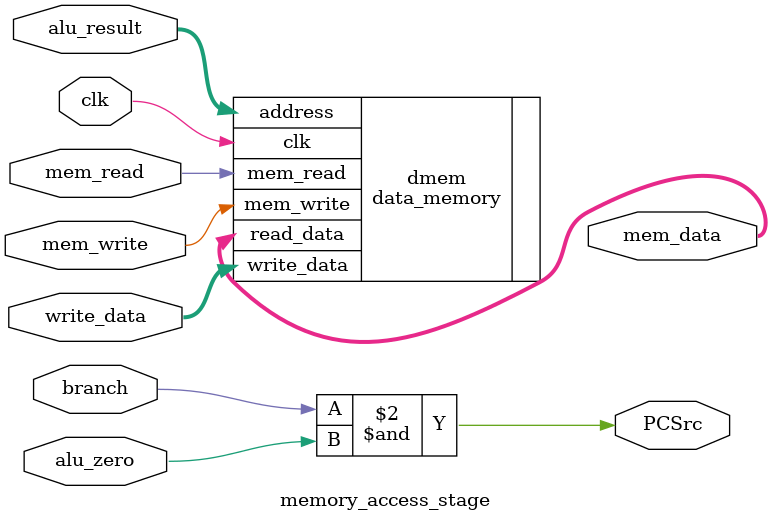
<source format=v>
`include "data_memory.v"

module memory_access_stage(
    input wire clk,
    input wire mem_read,
    input wire mem_write,
    input wire alu_zero,
    input wire branch,
    input wire [63:0] alu_result,
    input wire [63:0] write_data,
    output wire [63:0] mem_data,
    output wire PCSrc
);

    wire [63:0] data_out;

    data_memory dmem(
        .clk(clk),
        .mem_read(mem_read),
        .mem_write(mem_write),
        .address(alu_result),
        .write_data(write_data),
        .read_data(mem_data)
    );

    always @(posedge clk) begin
        if(mem_write)
            $display("memory access:store %d to address %h", write_data, alu_result);
        if(mem_read)
            $display("memory access:load %d from address %h", mem_data, alu_result);
    end

    assign PCSrc = branch & alu_zero;


endmodule
</source>
